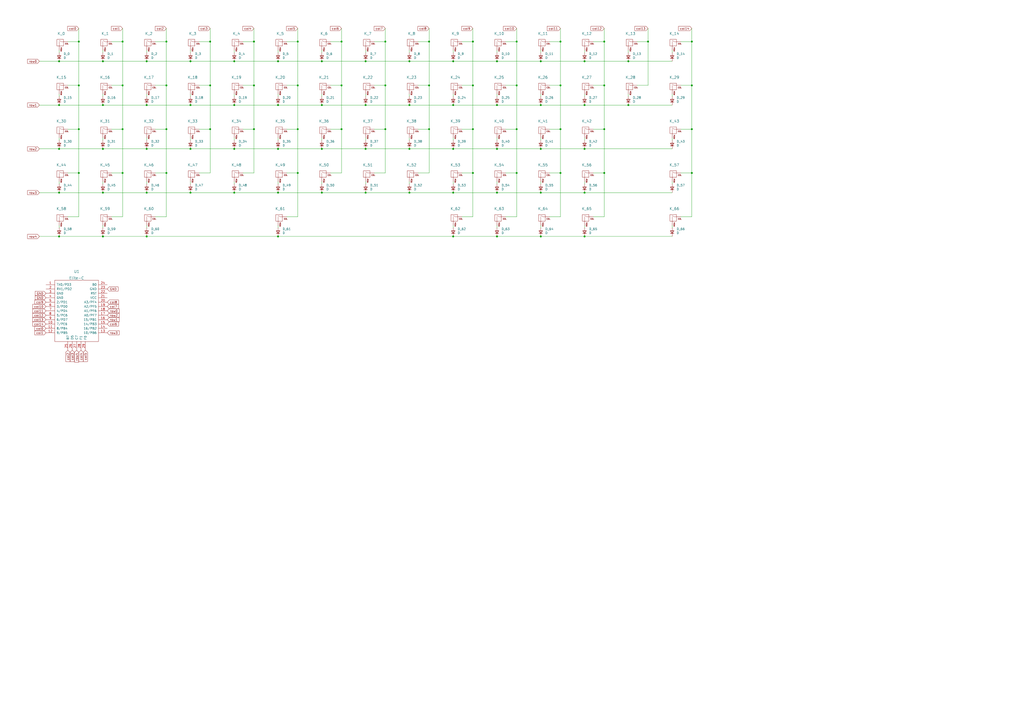
<source format=kicad_sch>
(kicad_sch (version 20211123) (generator eeschema)
  (paper "A2")
  (junction (at 34.29 60.96))
  (junction (at 161.29 111.76))
  (junction (at 237.49 111.76))
  (junction (at 161.29 60.96))
  (junction (at 198.12 74.93))
  (junction (at 161.29 35.56))
  (junction (at 313.69 137.16))
  (junction (at 288.29 111.76))
  (junction (at 198.12 24.13))
  (junction (at 401.32 49.53))
  (junction (at 186.69 60.96))
  (junction (at 339.09 35.56))
  (junction (at 85.09 137.16))
  (junction (at 212.09 60.96))
  (junction (at 274.32 100.33))
  (junction (at 339.09 86.36))
  (junction (at 71.12 24.13))
  (junction (at 237.49 35.56))
  (junction (at 262.89 137.16))
  (junction (at 71.12 74.93))
  (junction (at 325.12 49.53))
  (junction (at 274.32 24.13))
  (junction (at 85.09 35.56))
  (junction (at 45.72 100.33))
  (junction (at 121.92 24.13))
  (junction (at 313.69 60.96))
  (junction (at 223.52 49.53))
  (junction (at 274.32 74.93))
  (junction (at 401.32 74.93))
  (junction (at 147.32 74.93))
  (junction (at 350.52 100.33))
  (junction (at 34.29 111.76))
  (junction (at 350.52 24.13))
  (junction (at 71.12 100.33))
  (junction (at 135.89 35.56))
  (junction (at 147.32 24.13))
  (junction (at 212.09 86.36))
  (junction (at 223.52 24.13))
  (junction (at 110.49 86.36))
  (junction (at 313.69 86.36))
  (junction (at 59.69 60.96))
  (junction (at 186.69 111.76))
  (junction (at 45.72 74.93))
  (junction (at 161.29 137.16))
  (junction (at 313.69 111.76))
  (junction (at 135.89 60.96))
  (junction (at 96.52 49.53))
  (junction (at 325.12 24.13))
  (junction (at 401.32 24.13))
  (junction (at 34.29 137.16))
  (junction (at 172.72 24.13))
  (junction (at 96.52 74.93))
  (junction (at 299.72 49.53))
  (junction (at 85.09 60.96))
  (junction (at 339.09 60.96))
  (junction (at 45.72 49.53))
  (junction (at 375.92 24.13))
  (junction (at 135.89 111.76))
  (junction (at 313.69 35.56))
  (junction (at 237.49 60.96))
  (junction (at 288.29 35.56))
  (junction (at 299.72 100.33))
  (junction (at 212.09 35.56))
  (junction (at 186.69 86.36))
  (junction (at 147.32 49.53))
  (junction (at 350.52 49.53))
  (junction (at 110.49 60.96))
  (junction (at 262.89 35.56))
  (junction (at 288.29 60.96))
  (junction (at 110.49 111.76))
  (junction (at 339.09 137.16))
  (junction (at 59.69 86.36))
  (junction (at 262.89 111.76))
  (junction (at 161.29 86.36))
  (junction (at 364.49 35.56))
  (junction (at 248.92 24.13))
  (junction (at 299.72 74.93))
  (junction (at 110.49 35.56))
  (junction (at 299.72 24.13))
  (junction (at 325.12 74.93))
  (junction (at 34.29 86.36))
  (junction (at 59.69 137.16))
  (junction (at 262.89 86.36))
  (junction (at 172.72 74.93))
  (junction (at 262.89 60.96))
  (junction (at 45.72 24.13))
  (junction (at 59.69 35.56))
  (junction (at 121.92 49.53))
  (junction (at 223.52 74.93))
  (junction (at 71.12 49.53))
  (junction (at 274.32 49.53))
  (junction (at 248.92 49.53))
  (junction (at 85.09 111.76))
  (junction (at 59.69 111.76))
  (junction (at 186.69 35.56))
  (junction (at 339.09 111.76))
  (junction (at 212.09 111.76))
  (junction (at 248.92 74.93))
  (junction (at 85.09 86.36))
  (junction (at 237.49 86.36))
  (junction (at 364.49 60.96))
  (junction (at 135.89 86.36))
  (junction (at 288.29 86.36))
  (junction (at 121.92 74.93))
  (junction (at 198.12 49.53))
  (junction (at 96.52 100.33))
  (junction (at 172.72 100.33))
  (junction (at 172.72 49.53))
  (junction (at 325.12 100.33))
  (junction (at 288.29 137.16))
  (junction (at 350.52 74.93))
  (junction (at 96.52 24.13))
  (junction (at 401.32 100.33))
  (junction (at 34.29 35.56))
  (wire (pts (xy 140.97 24.13) (xy 147.32 24.13)))
  (wire (pts (xy 288.29 111.76) (xy 313.69 111.76)))
  (wire (pts (xy 85.09 137.16) (xy 161.29 137.16)))
  (wire (pts (xy 344.17 100.33) (xy 350.52 100.33)))
  (wire (pts (xy 90.17 49.53) (xy 96.52 49.53)))
  (wire (pts (xy 147.32 24.13) (xy 147.32 49.53)))
  (wire (pts (xy 313.69 86.36) (xy 339.09 86.36)))
  (wire (pts (xy 135.89 105.41) (xy 135.89 106.68)))
  (wire (pts (xy 172.72 100.33) (xy 172.72 74.93)))
  (wire (pts (xy 161.29 80.01) (xy 161.29 81.28)))
  (wire (pts (xy 186.69 60.96) (xy 212.09 60.96)))
  (wire (pts (xy 401.32 24.13) (xy 401.32 49.53)))
  (wire (pts (xy 198.12 74.93) (xy 198.12 49.53)))
  (wire (pts (xy 147.32 16.51) (xy 147.32 24.13)))
  (wire (pts (xy 293.37 125.73) (xy 299.72 125.73)))
  (wire (pts (xy 64.77 74.93) (xy 71.12 74.93)))
  (wire (pts (xy 274.32 100.33) (xy 274.32 74.93)))
  (wire (pts (xy 59.69 105.41) (xy 59.69 106.68)))
  (wire (pts (xy 262.89 105.41) (xy 262.89 106.68)))
  (wire (pts (xy 288.29 80.01) (xy 288.29 81.28)))
  (wire (pts (xy 237.49 111.76) (xy 262.89 111.76)))
  (wire (pts (xy 212.09 86.36) (xy 237.49 86.36)))
  (wire (pts (xy 96.52 24.13) (xy 96.52 49.53)))
  (wire (pts (xy 401.32 100.33) (xy 401.32 74.93)))
  (wire (pts (xy 166.37 24.13) (xy 172.72 24.13)))
  (wire (pts (xy 85.09 86.36) (xy 110.49 86.36)))
  (wire (pts (xy 288.29 137.16) (xy 313.69 137.16)))
  (wire (pts (xy 161.29 137.16) (xy 262.89 137.16)))
  (wire (pts (xy 267.97 100.33) (xy 274.32 100.33)))
  (wire (pts (xy 212.09 80.01) (xy 212.09 81.28)))
  (wire (pts (xy 22.86 35.56) (xy 34.29 35.56)))
  (wire (pts (xy 293.37 24.13) (xy 299.72 24.13)))
  (wire (pts (xy 96.52 125.73) (xy 96.52 100.33)))
  (wire (pts (xy 293.37 100.33) (xy 299.72 100.33)))
  (wire (pts (xy 344.17 125.73) (xy 350.52 125.73)))
  (wire (pts (xy 59.69 80.01) (xy 59.69 81.28)))
  (wire (pts (xy 237.49 60.96) (xy 262.89 60.96)))
  (wire (pts (xy 242.57 49.53) (xy 248.92 49.53)))
  (wire (pts (xy 64.77 24.13) (xy 71.12 24.13)))
  (wire (pts (xy 375.92 24.13) (xy 375.92 49.53)))
  (wire (pts (xy 140.97 49.53) (xy 147.32 49.53)))
  (wire (pts (xy 135.89 35.56) (xy 161.29 35.56)))
  (wire (pts (xy 217.17 24.13) (xy 223.52 24.13)))
  (wire (pts (xy 45.72 16.51) (xy 45.72 24.13)))
  (wire (pts (xy 313.69 54.61) (xy 313.69 55.88)))
  (wire (pts (xy 166.37 49.53) (xy 172.72 49.53)))
  (wire (pts (xy 313.69 111.76) (xy 339.09 111.76)))
  (wire (pts (xy 161.29 29.21) (xy 161.29 30.48)))
  (wire (pts (xy 64.77 100.33) (xy 71.12 100.33)))
  (wire (pts (xy 344.17 49.53) (xy 350.52 49.53)))
  (wire (pts (xy 161.29 105.41) (xy 161.29 106.68)))
  (wire (pts (xy 85.09 105.41) (xy 85.09 106.68)))
  (wire (pts (xy 161.29 130.81) (xy 161.29 132.08)))
  (wire (pts (xy 318.77 49.53) (xy 325.12 49.53)))
  (wire (pts (xy 34.29 130.81) (xy 34.29 132.08)))
  (wire (pts (xy 217.17 100.33) (xy 223.52 100.33)))
  (wire (pts (xy 237.49 35.56) (xy 262.89 35.56)))
  (wire (pts (xy 364.49 29.21) (xy 364.49 30.48)))
  (wire (pts (xy 344.17 74.93) (xy 350.52 74.93)))
  (wire (pts (xy 172.72 16.51) (xy 172.72 24.13)))
  (wire (pts (xy 135.89 60.96) (xy 161.29 60.96)))
  (wire (pts (xy 45.72 24.13) (xy 45.72 49.53)))
  (wire (pts (xy 191.77 49.53) (xy 198.12 49.53)))
  (wire (pts (xy 85.09 60.96) (xy 110.49 60.96)))
  (wire (pts (xy 85.09 80.01) (xy 85.09 81.28)))
  (wire (pts (xy 121.92 74.93) (xy 121.92 49.53)))
  (wire (pts (xy 299.72 100.33) (xy 299.72 74.93)))
  (wire (pts (xy 248.92 74.93) (xy 248.92 49.53)))
  (wire (pts (xy 223.52 74.93) (xy 223.52 49.53)))
  (wire (pts (xy 59.69 35.56) (xy 85.09 35.56)))
  (wire (pts (xy 198.12 100.33) (xy 198.12 74.93)))
  (wire (pts (xy 90.17 125.73) (xy 96.52 125.73)))
  (wire (pts (xy 389.89 29.21) (xy 389.89 30.48)))
  (wire (pts (xy 166.37 74.93) (xy 172.72 74.93)))
  (wire (pts (xy 350.52 16.51) (xy 350.52 24.13)))
  (wire (pts (xy 313.69 130.81) (xy 313.69 132.08)))
  (wire (pts (xy 237.49 80.01) (xy 237.49 81.28)))
  (wire (pts (xy 186.69 111.76) (xy 212.09 111.76)))
  (wire (pts (xy 85.09 111.76) (xy 110.49 111.76)))
  (wire (pts (xy 71.12 74.93) (xy 71.12 49.53)))
  (wire (pts (xy 110.49 86.36) (xy 135.89 86.36)))
  (wire (pts (xy 191.77 74.93) (xy 198.12 74.93)))
  (wire (pts (xy 71.12 16.51) (xy 71.12 24.13)))
  (wire (pts (xy 401.32 74.93) (xy 401.32 49.53)))
  (wire (pts (xy 191.77 100.33) (xy 198.12 100.33)))
  (wire (pts (xy 186.69 105.41) (xy 186.69 106.68)))
  (wire (pts (xy 147.32 74.93) (xy 147.32 49.53)))
  (wire (pts (xy 115.57 24.13) (xy 121.92 24.13)))
  (wire (pts (xy 262.89 60.96) (xy 288.29 60.96)))
  (wire (pts (xy 339.09 54.61) (xy 339.09 55.88)))
  (wire (pts (xy 274.32 16.51) (xy 274.32 24.13)))
  (wire (pts (xy 389.89 130.81) (xy 389.89 132.08)))
  (wire (pts (xy 267.97 24.13) (xy 274.32 24.13)))
  (wire (pts (xy 161.29 35.56) (xy 186.69 35.56)))
  (wire (pts (xy 274.32 74.93) (xy 274.32 49.53)))
  (wire (pts (xy 59.69 86.36) (xy 85.09 86.36)))
  (wire (pts (xy 96.52 100.33) (xy 96.52 74.93)))
  (wire (pts (xy 242.57 24.13) (xy 248.92 24.13)))
  (wire (pts (xy 90.17 24.13) (xy 96.52 24.13)))
  (wire (pts (xy 288.29 54.61) (xy 288.29 55.88)))
  (wire (pts (xy 212.09 105.41) (xy 212.09 106.68)))
  (wire (pts (xy 389.89 80.01) (xy 389.89 81.28)))
  (wire (pts (xy 172.72 24.13) (xy 172.72 49.53)))
  (wire (pts (xy 318.77 74.93) (xy 325.12 74.93)))
  (wire (pts (xy 350.52 24.13) (xy 350.52 49.53)))
  (wire (pts (xy 71.12 100.33) (xy 71.12 74.93)))
  (wire (pts (xy 172.72 74.93) (xy 172.72 49.53)))
  (wire (pts (xy 389.89 54.61) (xy 389.89 55.88)))
  (wire (pts (xy 389.89 105.41) (xy 389.89 106.68)))
  (wire (pts (xy 369.57 24.13) (xy 375.92 24.13)))
  (wire (pts (xy 248.92 16.51) (xy 248.92 24.13)))
  (wire (pts (xy 110.49 105.41) (xy 110.49 106.68)))
  (wire (pts (xy 394.97 100.33) (xy 401.32 100.33)))
  (wire (pts (xy 34.29 54.61) (xy 34.29 55.88)))
  (wire (pts (xy 313.69 29.21) (xy 313.69 30.48)))
  (wire (pts (xy 39.37 100.33) (xy 45.72 100.33)))
  (wire (pts (xy 350.52 100.33) (xy 350.52 74.93)))
  (wire (pts (xy 217.17 49.53) (xy 223.52 49.53)))
  (wire (pts (xy 186.69 86.36) (xy 212.09 86.36)))
  (wire (pts (xy 135.89 29.21) (xy 135.89 30.48)))
  (wire (pts (xy 401.32 16.51) (xy 401.32 24.13)))
  (wire (pts (xy 318.77 24.13) (xy 325.12 24.13)))
  (wire (pts (xy 59.69 54.61) (xy 59.69 55.88)))
  (wire (pts (xy 39.37 74.93) (xy 45.72 74.93)))
  (wire (pts (xy 22.86 137.16) (xy 34.29 137.16)))
  (wire (pts (xy 85.09 130.81) (xy 85.09 132.08)))
  (wire (pts (xy 369.57 49.53) (xy 375.92 49.53)))
  (wire (pts (xy 115.57 74.93) (xy 121.92 74.93)))
  (wire (pts (xy 394.97 125.73) (xy 401.32 125.73)))
  (wire (pts (xy 339.09 105.41) (xy 339.09 106.68)))
  (wire (pts (xy 96.52 74.93) (xy 96.52 49.53)))
  (wire (pts (xy 262.89 137.16) (xy 288.29 137.16)))
  (wire (pts (xy 115.57 49.53) (xy 121.92 49.53)))
  (wire (pts (xy 212.09 29.21) (xy 212.09 30.48)))
  (wire (pts (xy 339.09 111.76) (xy 389.89 111.76)))
  (wire (pts (xy 267.97 125.73) (xy 274.32 125.73)))
  (wire (pts (xy 364.49 54.61) (xy 364.49 55.88)))
  (wire (pts (xy 293.37 49.53) (xy 299.72 49.53)))
  (wire (pts (xy 22.86 86.36) (xy 34.29 86.36)))
  (wire (pts (xy 313.69 105.41) (xy 313.69 106.68)))
  (wire (pts (xy 339.09 35.56) (xy 364.49 35.56)))
  (wire (pts (xy 237.49 54.61) (xy 237.49 55.88)))
  (wire (pts (xy 375.92 16.51) (xy 375.92 24.13)))
  (wire (pts (xy 313.69 35.56) (xy 339.09 35.56)))
  (wire (pts (xy 339.09 86.36) (xy 389.89 86.36)))
  (wire (pts (xy 313.69 60.96) (xy 339.09 60.96)))
  (wire (pts (xy 186.69 29.21) (xy 186.69 30.48)))
  (wire (pts (xy 166.37 125.73) (xy 172.72 125.73)))
  (wire (pts (xy 339.09 29.21) (xy 339.09 30.48)))
  (wire (pts (xy 59.69 130.81) (xy 59.69 132.08)))
  (wire (pts (xy 364.49 60.96) (xy 389.89 60.96)))
  (wire (pts (xy 161.29 86.36) (xy 186.69 86.36)))
  (wire (pts (xy 325.12 100.33) (xy 325.12 74.93)))
  (wire (pts (xy 274.32 24.13) (xy 274.32 49.53)))
  (wire (pts (xy 339.09 137.16) (xy 389.89 137.16)))
  (wire (pts (xy 274.32 125.73) (xy 274.32 100.33)))
  (wire (pts (xy 288.29 35.56) (xy 313.69 35.56)))
  (wire (pts (xy 45.72 125.73) (xy 45.72 100.33)))
  (wire (pts (xy 339.09 60.96) (xy 364.49 60.96)))
  (wire (pts (xy 64.77 125.73) (xy 71.12 125.73)))
  (wire (pts (xy 34.29 86.36) (xy 59.69 86.36)))
  (wire (pts (xy 198.12 24.13) (xy 198.12 49.53)))
  (wire (pts (xy 394.97 24.13) (xy 401.32 24.13)))
  (wire (pts (xy 262.89 130.81) (xy 262.89 132.08)))
  (wire (pts (xy 59.69 60.96) (xy 85.09 60.96)))
  (wire (pts (xy 45.72 74.93) (xy 45.72 49.53)))
  (wire (pts (xy 64.77 49.53) (xy 71.12 49.53)))
  (wire (pts (xy 147.32 100.33) (xy 147.32 74.93)))
  (wire (pts (xy 401.32 125.73) (xy 401.32 100.33)))
  (wire (pts (xy 121.92 16.51) (xy 121.92 24.13)))
  (wire (pts (xy 110.49 29.21) (xy 110.49 30.48)))
  (wire (pts (xy 71.12 125.73) (xy 71.12 100.33)))
  (wire (pts (xy 34.29 60.96) (xy 59.69 60.96)))
  (wire (pts (xy 110.49 80.01) (xy 110.49 81.28)))
  (wire (pts (xy 313.69 80.01) (xy 313.69 81.28)))
  (wire (pts (xy 299.72 74.93) (xy 299.72 49.53)))
  (wire (pts (xy 34.29 105.41) (xy 34.29 106.68)))
  (wire (pts (xy 288.29 86.36) (xy 313.69 86.36)))
  (wire (pts (xy 339.09 130.81) (xy 339.09 132.08)))
  (wire (pts (xy 267.97 74.93) (xy 274.32 74.93)))
  (wire (pts (xy 115.57 100.33) (xy 121.92 100.33)))
  (wire (pts (xy 394.97 49.53) (xy 401.32 49.53)))
  (wire (pts (xy 34.29 111.76) (xy 59.69 111.76)))
  (wire (pts (xy 22.86 111.76) (xy 34.29 111.76)))
  (wire (pts (xy 325.12 24.13) (xy 325.12 49.53)))
  (wire (pts (xy 166.37 100.33) (xy 172.72 100.33)))
  (wire (pts (xy 293.37 74.93) (xy 299.72 74.93)))
  (wire (pts (xy 161.29 54.61) (xy 161.29 55.88)))
  (wire (pts (xy 262.89 29.21) (xy 262.89 30.48)))
  (wire (pts (xy 191.77 24.13) (xy 198.12 24.13)))
  (wire (pts (xy 288.29 130.81) (xy 288.29 132.08)))
  (wire (pts (xy 34.29 80.01) (xy 34.29 81.28)))
  (wire (pts (xy 344.17 24.13) (xy 350.52 24.13)))
  (wire (pts (xy 223.52 16.51) (xy 223.52 24.13)))
  (wire (pts (xy 299.72 24.13) (xy 299.72 49.53)))
  (wire (pts (xy 237.49 86.36) (xy 262.89 86.36)))
  (wire (pts (xy 262.89 35.56) (xy 288.29 35.56)))
  (wire (pts (xy 161.29 111.76) (xy 186.69 111.76)))
  (wire (pts (xy 90.17 74.93) (xy 96.52 74.93)))
  (wire (pts (xy 248.92 100.33) (xy 248.92 74.93)))
  (wire (pts (xy 110.49 60.96) (xy 135.89 60.96)))
  (wire (pts (xy 172.72 125.73) (xy 172.72 100.33)))
  (wire (pts (xy 140.97 74.93) (xy 147.32 74.93)))
  (wire (pts (xy 223.52 24.13) (xy 223.52 49.53)))
  (wire (pts (xy 186.69 35.56) (xy 212.09 35.56)))
  (wire (pts (xy 339.09 80.01) (xy 339.09 81.28)))
  (wire (pts (xy 85.09 29.21) (xy 85.09 30.48)))
  (wire (pts (xy 212.09 111.76) (xy 237.49 111.76)))
  (wire (pts (xy 212.09 54.61) (xy 212.09 55.88)))
  (wire (pts (xy 242.57 100.33) (xy 248.92 100.33)))
  (wire (pts (xy 135.89 54.61) (xy 135.89 55.88)))
  (wire (pts (xy 90.17 100.33) (xy 96.52 100.33)))
  (wire (pts (xy 45.72 100.33) (xy 45.72 74.93)))
  (wire (pts (xy 59.69 137.16) (xy 85.09 137.16)))
  (wire (pts (xy 85.09 54.61) (xy 85.09 55.88)))
  (wire (pts (xy 186.69 80.01) (xy 186.69 81.28)))
  (wire (pts (xy 212.09 60.96) (xy 237.49 60.96)))
  (wire (pts (xy 288.29 60.96) (xy 313.69 60.96)))
  (wire (pts (xy 288.29 29.21) (xy 288.29 30.48)))
  (wire (pts (xy 262.89 54.61) (xy 262.89 55.88)))
  (wire (pts (xy 186.69 54.61) (xy 186.69 55.88)))
  (wire (pts (xy 135.89 86.36) (xy 161.29 86.36)))
  (wire (pts (xy 267.97 49.53) (xy 274.32 49.53)))
  (wire (pts (xy 318.77 100.33) (xy 325.12 100.33)))
  (wire (pts (xy 59.69 29.21) (xy 59.69 30.48)))
  (wire (pts (xy 237.49 105.41) (xy 237.49 106.68)))
  (wire (pts (xy 39.37 49.53) (xy 45.72 49.53)))
  (wire (pts (xy 71.12 24.13) (xy 71.12 49.53)))
  (wire (pts (xy 242.57 74.93) (xy 248.92 74.93)))
  (wire (pts (xy 85.09 35.56) (xy 110.49 35.56)))
  (wire (pts (xy 22.86 60.96) (xy 34.29 60.96)))
  (wire (pts (xy 262.89 80.01) (xy 262.89 81.28)))
  (wire (pts (xy 121.92 100.33) (xy 121.92 74.93)))
  (wire (pts (xy 318.77 125.73) (xy 325.12 125.73)))
  (wire (pts (xy 325.12 74.93) (xy 325.12 49.53)))
  (wire (pts (xy 288.29 105.41) (xy 288.29 106.68)))
  (wire (pts (xy 313.69 137.16) (xy 339.09 137.16)))
  (wire (pts (xy 34.29 35.56) (xy 59.69 35.56)))
  (wire (pts (xy 121.92 24.13) (xy 121.92 49.53)))
  (wire (pts (xy 110.49 35.56) (xy 135.89 35.56)))
  (wire (pts (xy 212.09 35.56) (xy 237.49 35.56)))
  (wire (pts (xy 248.92 24.13) (xy 248.92 49.53)))
  (wire (pts (xy 223.52 100.33) (xy 223.52 74.93)))
  (wire (pts (xy 110.49 54.61) (xy 110.49 55.88)))
  (wire (pts (xy 34.29 137.16) (xy 59.69 137.16)))
  (wire (pts (xy 39.37 125.73) (xy 45.72 125.73)))
  (wire (pts (xy 198.12 16.51) (xy 198.12 24.13)))
  (wire (pts (xy 161.29 60.96) (xy 186.69 60.96)))
  (wire (pts (xy 217.17 74.93) (xy 223.52 74.93)))
  (wire (pts (xy 299.72 125.73) (xy 299.72 100.33)))
  (wire (pts (xy 96.52 16.51) (xy 96.52 24.13)))
  (wire (pts (xy 110.49 111.76) (xy 135.89 111.76)))
  (wire (pts (xy 394.97 74.93) (xy 401.32 74.93)))
  (wire (pts (xy 299.72 16.51) (xy 299.72 24.13)))
  (wire (pts (xy 34.29 29.21) (xy 34.29 30.48)))
  (wire (pts (xy 262.89 111.76) (xy 288.29 111.76)))
  (wire (pts (xy 39.37 24.13) (xy 45.72 24.13)))
  (wire (pts (xy 237.49 29.21) (xy 237.49 30.48)))
  (wire (pts (xy 262.89 86.36) (xy 288.29 86.36)))
  (wire (pts (xy 364.49 35.56) (xy 389.89 35.56)))
  (wire (pts (xy 140.97 100.33) (xy 147.32 100.33)))
  (wire (pts (xy 135.89 80.01) (xy 135.89 81.28)))
  (wire (pts (xy 350.52 125.73) (xy 350.52 100.33)))
  (wire (pts (xy 325.12 125.73) (xy 325.12 100.33)))
  (wire (pts (xy 135.89 111.76) (xy 161.29 111.76)))
  (wire (pts (xy 350.52 74.93) (xy 350.52 49.53)))
  (wire (pts (xy 325.12 16.51) (xy 325.12 24.13)))
  (wire (pts (xy 59.69 111.76) (xy 85.09 111.76)))
  (global_label "col14" (shape input) (at 401.32 16.51 180) (property "Intersheet References" "${INTERSHEET_REFS}" (effects hide)))
  (global_label "col11" (shape input) (at 26.67 180.34 180) (property "Intersheet References" "${INTERSHEET_REFS}" (effects hide)))
  (global_label "col7" (shape input) (at 223.52 16.51 180) (property "Intersheet References" "${INTERSHEET_REFS}" (effects hide)))
  (global_label "col5" (shape input) (at 172.72 16.51 180) (property "Intersheet References" "${INTERSHEET_REFS}" (effects hide)))
  (global_label "col11" (shape input) (at 325.12 16.51 180) (property "Intersheet References" "${INTERSHEET_REFS}" (effects hide)))
  (global_label "col1" (shape input) (at 26.67 193.04 180) (property "Intersheet References" "${INTERSHEET_REFS}" (effects hide)))
  (global_label "col1" (shape input) (at 71.12 16.51 180) (property "Intersheet References" "${INTERSHEET_REFS}" (effects hide)))
  (global_label "col0" (shape input) (at 45.72 16.51 180) (property "Intersheet References" "${INTERSHEET_REFS}" (effects hide)))
  (global_label "row3" (shape input) (at 62.23 193.04 0) (property "Intersheet References" "${INTERSHEET_REFS}" (effects hide)))
  (global_label "row3" (shape input) (at 22.86 111.76 180) (property "Intersheet References" "${INTERSHEET_REFS}" (effects hide)))
  (global_label "col5" (shape input) (at 49.53 203.2 270) (property "Intersheet References" "${INTERSHEET_REFS}" (effects hide)))
  (global_label "col2" (shape input) (at 39.37 203.2 270) (property "Intersheet References" "${INTERSHEET_REFS}" (effects hide)))
  (global_label "col13" (shape input) (at 26.67 185.42 180) (property "Intersheet References" "${INTERSHEET_REFS}" (effects hide)))
  (global_label "GND" (shape input) (at 62.23 167.64 0) (property "Intersheet References" "${INTERSHEET_REFS}" (effects hide)))
  (global_label "row2" (shape input) (at 62.23 182.88 0) (property "Intersheet References" "${INTERSHEET_REFS}" (effects hide)))
  (global_label "col3" (shape input) (at 41.91 203.2 270) (property "Intersheet References" "${INTERSHEET_REFS}" (effects hide)))
  (global_label "col9" (shape input) (at 26.67 175.26 180) (property "Intersheet References" "${INTERSHEET_REFS}" (effects hide)))
  (global_label "row1" (shape input) (at 62.23 185.42 0) (property "Intersheet References" "${INTERSHEET_REFS}" (effects hide)))
  (global_label "col9" (shape input) (at 274.32 16.51 180) (property "Intersheet References" "${INTERSHEET_REFS}" (effects hide)))
  (global_label "col4" (shape input) (at 147.32 16.51 180) (property "Intersheet References" "${INTERSHEET_REFS}" (effects hide)))
  (global_label "col12" (shape input) (at 350.52 16.51 180) (property "Intersheet References" "${INTERSHEET_REFS}" (effects hide)))
  (global_label "col13" (shape input) (at 375.92 16.51 180) (property "Intersheet References" "${INTERSHEET_REFS}" (effects hide)))
  (global_label "row0" (shape input) (at 22.86 35.56 180) (property "Intersheet References" "${INTERSHEET_REFS}" (effects hide)))
  (global_label "row4" (shape input) (at 22.86 137.16 180) (property "Intersheet References" "${INTERSHEET_REFS}" (effects hide)))
  (global_label "col6" (shape input) (at 198.12 16.51 180) (property "Intersheet References" "${INTERSHEET_REFS}" (effects hide)))
  (global_label "GND" (shape input) (at 26.67 172.72 180) (property "Intersheet References" "${INTERSHEET_REFS}" (effects hide)))
  (global_label "col2" (shape input) (at 96.52 16.51 180) (property "Intersheet References" "${INTERSHEET_REFS}" (effects hide)))
  (global_label "col3" (shape input) (at 121.92 16.51 180) (property "Intersheet References" "${INTERSHEET_REFS}" (effects hide)))
  (global_label "col10" (shape input) (at 299.72 16.51 180) (property "Intersheet References" "${INTERSHEET_REFS}" (effects hide)))
  (global_label "col0" (shape input) (at 26.67 190.5 180) (property "Intersheet References" "${INTERSHEET_REFS}" (effects hide)))
  (global_label "row0" (shape input) (at 62.23 180.34 0) (property "Intersheet References" "${INTERSHEET_REFS}" (effects hide)))
  (global_label "row1" (shape input) (at 22.86 60.96 180) (property "Intersheet References" "${INTERSHEET_REFS}" (effects hide)))
  (global_label "col8" (shape input) (at 62.23 175.26 0) (property "Intersheet References" "${INTERSHEET_REFS}" (effects hide)))
  (global_label "col10" (shape input) (at 26.67 177.8 180) (property "Intersheet References" "${INTERSHEET_REFS}" (effects hide)))
  (global_label "col8" (shape input) (at 248.92 16.51 180) (property "Intersheet References" "${INTERSHEET_REFS}" (effects hide)))
  (global_label "row4" (shape input) (at 44.45 203.2 270) (property "Intersheet References" "${INTERSHEET_REFS}" (effects hide)))
  (global_label "col12" (shape input) (at 26.67 182.88 180) (property "Intersheet References" "${INTERSHEET_REFS}" (effects hide)))
  (global_label "row2" (shape input) (at 22.86 86.36 180) (property "Intersheet References" "${INTERSHEET_REFS}" (effects hide)))
  (global_label "GND" (shape input) (at 26.67 170.18 180) (property "Intersheet References" "${INTERSHEET_REFS}" (effects hide)))
  (global_label "col6" (shape input) (at 62.23 187.96 0) (property "Intersheet References" "${INTERSHEET_REFS}" (effects hide)))
  (global_label "col14" (shape input) (at 26.67 187.96 180) (property "Intersheet References" "${INTERSHEET_REFS}" (effects hide)))
  (global_label "col4" (shape input) (at 46.99 203.2 270) (property "Intersheet References" "${INTERSHEET_REFS}" (effects hide)))
  (global_label "col7" (shape input) (at 62.23 177.8 0) (property "Intersheet References" "${INTERSHEET_REFS}" (effects hide)))
  (symbol (lib_id "MX_Alps_Hybrid:MX-NoLED") (at 365.76 25.4 0) (unit 1)
    (property "Reference" "K_13" (at 365.76 19.4818 0) (effects (font (size 1.524 1.524))))
    (property "Value" "KEYSW" (effects hide))
    (property "Footprint" "Kailh_Choc:KailhChoc-1U" (effects hide))
  )
  (symbol (lib_id "Device:D_Small") (at 288.29 58.42 90) (unit 1)
    (property "Reference" "D_25" (at 290.83 56.642 90) (effects (justify right)))
    (property "Value" "D" (at 290.83 58.928 90) (effects (justify right)))
    (property "Footprint" "keyboard_parts:D_SOD123_axial" (effects hide))
  )
  (symbol (lib_id "Device:D_Small") (at 161.29 58.42 90) (unit 1)
    (property "Reference" "D_20" (at 163.83 56.642 90) (effects (justify right)))
    (property "Value" "D" (at 163.83 58.928 90) (effects (justify right)))
    (property "Footprint" "keyboard_parts:D_SOD123_axial" (effects hide))
  )
  (symbol (lib_id "MX_Alps_Hybrid:MX-NoLED") (at 162.56 25.4 0) (unit 1)
    (property "Reference" "K_5" (at 162.56 19.4818 0) (effects (font (size 1.524 1.524))))
    (property "Value" "KEYSW" (effects hide))
    (property "Footprint" "Kailh_Choc:KailhChoc-1U" (effects hide))
  )
  (symbol (lib_id "MX_Alps_Hybrid:MX-NoLED") (at 60.96 101.6 0) (unit 1)
    (property "Reference" "K_45" (at 60.96 95.6818 0) (effects (font (size 1.524 1.524))))
    (property "Value" "KEYSW" (effects hide))
    (property "Footprint" "Kailh_Choc:KailhChoc-1U" (effects hide))
  )
  (symbol (lib_id "MX_Alps_Hybrid:MX-NoLED") (at 289.56 127 0) (unit 1)
    (property "Reference" "K_63" (at 289.56 121.0818 0) (effects (font (size 1.524 1.524))))
    (property "Value" "KEYSW" (effects hide))
    (property "Footprint" "Kailh_Choc:KailhChoc-1U" (effects hide))
  )
  (symbol (lib_id "MX_Alps_Hybrid:MX-NoLED") (at 391.16 50.8 0) (unit 1)
    (property "Reference" "K_29" (at 391.16 44.8818 0) (effects (font (size 1.524 1.524))))
    (property "Value" "KEYSW" (effects hide))
    (property "Footprint" "Kailh_Choc:KailhChoc-1U" (effects hide))
  )
  (symbol (lib_id "Device:D_Small") (at 339.09 58.42 90) (unit 1)
    (property "Reference" "D_27" (at 341.63 56.642 90) (effects (justify right)))
    (property "Value" "D" (at 341.63 58.928 90) (effects (justify right)))
    (property "Footprint" "keyboard_parts:D_SOD123_axial" (effects hide))
  )
  (symbol (lib_id "MX_Alps_Hybrid:MX-NoLED") (at 162.56 101.6 0) (unit 1)
    (property "Reference" "K_49" (at 162.56 95.6818 0) (effects (font (size 1.524 1.524))))
    (property "Value" "KEYSW" (effects hide))
    (property "Footprint" "Kailh_Choc:KailhChoc-1U" (effects hide))
  )
  (symbol (lib_id "Device:D_Small") (at 262.89 134.62 90) (unit 1)
    (property "Reference" "D_62" (at 265.43 132.842 90) (effects (justify right)))
    (property "Value" "D" (at 265.43 135.128 90) (effects (justify right)))
    (property "Footprint" "keyboard_parts:D_SOD123_axial" (effects hide))
  )
  (symbol (lib_id "Device:D_Small") (at 110.49 83.82 90) (unit 1)
    (property "Reference" "D_33" (at 113.03 82.042 90) (effects (justify right)))
    (property "Value" "D" (at 113.03 84.328 90) (effects (justify right)))
    (property "Footprint" "keyboard_parts:D_SOD123_axial" (effects hide))
  )
  (symbol (lib_id "MX_Alps_Hybrid:MX-NoLED") (at 340.36 127 0) (unit 1)
    (property "Reference" "K_65" (at 340.36 121.0818 0) (effects (font (size 1.524 1.524))))
    (property "Value" "KEYSW" (effects hide))
    (property "Footprint" "Kailh_Choc:KailhChoc-1U" (effects hide))
  )
  (symbol (lib_id "Device:D_Small") (at 161.29 134.62 90) (unit 1)
    (property "Reference" "D_61" (at 163.83 132.842 90) (effects (justify right)))
    (property "Value" "D" (at 163.83 135.128 90) (effects (justify right)))
    (property "Footprint" "keyboard_parts:D_SOD123_axial" (effects hide))
  )
  (symbol (lib_id "Device:D_Small") (at 186.69 33.02 90) (unit 1)
    (property "Reference" "D_6" (at 189.23 31.242 90) (effects (justify right)))
    (property "Value" "D" (at 189.23 33.528 90) (effects (justify right)))
    (property "Footprint" "keyboard_parts:D_SOD123_axial" (effects hide))
  )
  (symbol (lib_id "Device:D_Small") (at 288.29 33.02 90) (unit 1)
    (property "Reference" "D_10" (at 290.83 31.242 90) (effects (justify right)))
    (property "Value" "D" (at 290.83 33.528 90) (effects (justify right)))
    (property "Footprint" "keyboard_parts:D_SOD123_axial" (effects hide))
  )
  (symbol (lib_id "Device:D_Small") (at 237.49 33.02 90) (unit 1)
    (property "Reference" "D_8" (at 240.03 31.242 90) (effects (justify right)))
    (property "Value" "D" (at 240.03 33.528 90) (effects (justify right)))
    (property "Footprint" "keyboard_parts:D_SOD123_axial" (effects hide))
  )
  (symbol (lib_id "Device:D_Small") (at 237.49 83.82 90) (unit 1)
    (property "Reference" "D_38" (at 240.03 82.042 90) (effects (justify right)))
    (property "Value" "D" (at 240.03 84.328 90) (effects (justify right)))
    (property "Footprint" "keyboard_parts:D_SOD123_axial" (effects hide))
  )
  (symbol (lib_id "Device:D_Small") (at 389.89 33.02 90) (unit 1)
    (property "Reference" "D_14" (at 392.43 31.242 90) (effects (justify right)))
    (property "Value" "D" (at 392.43 33.528 90) (effects (justify right)))
    (property "Footprint" "keyboard_parts:D_SOD123_axial" (effects hide))
  )
  (symbol (lib_id "MX_Alps_Hybrid:MX-NoLED") (at 289.56 25.4 0) (unit 1)
    (property "Reference" "K_10" (at 289.56 19.4818 0) (effects (font (size 1.524 1.524))))
    (property "Value" "KEYSW" (effects hide))
    (property "Footprint" "Kailh_Choc:KailhChoc-1U" (effects hide))
  )
  (symbol (lib_id "Device:D_Small") (at 262.89 109.22 90) (unit 1)
    (property "Reference" "D_53" (at 265.43 107.442 90) (effects (justify right)))
    (property "Value" "D" (at 265.43 109.728 90) (effects (justify right)))
    (property "Footprint" "keyboard_parts:D_SOD123_axial" (effects hide))
  )
  (symbol (lib_id "MX_Alps_Hybrid:MX-NoLED") (at 314.96 127 0) (unit 1)
    (property "Reference" "K_64" (at 314.96 121.0818 0) (effects (font (size 1.524 1.524))))
    (property "Value" "KEYSW" (effects hide))
    (property "Footprint" "Kailh_Choc:KailhChoc-1U" (effects hide))
  )
  (symbol (lib_id "Device:D_Small") (at 135.89 109.22 90) (unit 1)
    (property "Reference" "D_48" (at 138.43 107.442 90) (effects (justify right)))
    (property "Value" "D" (at 138.43 109.728 90) (effects (justify right)))
    (property "Footprint" "keyboard_parts:D_SOD123_axial" (effects hide))
  )
  (symbol (lib_id "Device:D_Small") (at 135.89 58.42 90) (unit 1)
    (property "Reference" "D_19" (at 138.43 56.642 90) (effects (justify right)))
    (property "Value" "D" (at 138.43 58.928 90) (effects (justify right)))
    (property "Footprint" "keyboard_parts:D_SOD123_axial" (effects hide))
  )
  (symbol (lib_id "Device:D_Small") (at 34.29 83.82 90) (unit 1)
    (property "Reference" "D_30" (at 36.83 82.042 90) (effects (justify right)))
    (property "Value" "D" (at 36.83 84.328 90) (effects (justify right)))
    (property "Footprint" "keyboard_parts:D_SOD123_axial" (effects hide))
  )
  (symbol (lib_id "Device:D_Small") (at 313.69 83.82 90) (unit 1)
    (property "Reference" "D_41" (at 316.23 82.042 90) (effects (justify right)))
    (property "Value" "D" (at 316.23 84.328 90) (effects (justify right)))
    (property "Footprint" "keyboard_parts:D_SOD123_axial" (effects hide))
  )
  (symbol (lib_id "MX_Alps_Hybrid:MX-NoLED") (at 137.16 76.2 0) (unit 1)
    (property "Reference" "K_34" (at 137.16 70.2818 0) (effects (font (size 1.524 1.524))))
    (property "Value" "KEYSW" (effects hide))
    (property "Footprint" "Kailh_Choc:KailhChoc-1U" (effects hide))
  )
  (symbol (lib_id "MX_Alps_Hybrid:MX-NoLED") (at 238.76 76.2 0) (unit 1)
    (property "Reference" "K_38" (at 238.76 70.2818 0) (effects (font (size 1.524 1.524))))
    (property "Value" "KEYSW" (effects hide))
    (property "Footprint" "Kailh_Choc:KailhChoc-1U" (effects hide))
  )
  (symbol (lib_id "Device:D_Small") (at 262.89 58.42 90) (unit 1)
    (property "Reference" "D_24" (at 265.43 56.642 90) (effects (justify right)))
    (property "Value" "D" (at 265.43 58.928 90) (effects (justify right)))
    (property "Footprint" "keyboard_parts:D_SOD123_axial" (effects hide))
  )
  (symbol (lib_id "MX_Alps_Hybrid:MX-NoLED") (at 314.96 25.4 0) (unit 1)
    (property "Reference" "K_11" (at 314.96 19.4818 0) (effects (font (size 1.524 1.524))))
    (property "Value" "KEYSW" (effects hide))
    (property "Footprint" "Kailh_Choc:KailhChoc-1U" (effects hide))
  )
  (symbol (lib_id "MX_Alps_Hybrid:MX-NoLED") (at 60.96 25.4 0) (unit 1)
    (property "Reference" "K_1" (at 60.96 19.4818 0) (effects (font (size 1.524 1.524))))
    (property "Value" "KEYSW" (effects hide))
    (property "Footprint" "Kailh_Choc:KailhChoc-1U" (effects hide))
  )
  (symbol (lib_id "Device:D_Small") (at 262.89 33.02 90) (unit 1)
    (property "Reference" "D_9" (at 265.43 31.242 90) (effects (justify right)))
    (property "Value" "D" (at 265.43 33.528 90) (effects (justify right)))
    (property "Footprint" "keyboard_parts:D_SOD123_axial" (effects hide))
  )
  (symbol (lib_id "MX_Alps_Hybrid:MX-NoLED") (at 289.56 50.8 0) (unit 1)
    (property "Reference" "K_25" (at 289.56 44.8818 0) (effects (font (size 1.524 1.524))))
    (property "Value" "KEYSW" (effects hide))
    (property "Footprint" "Kailh_Choc:KailhChoc-1U" (effects hide))
  )
  (symbol (lib_id "MX_Alps_Hybrid:MX-NoLED") (at 86.36 25.4 0) (unit 1)
    (property "Reference" "K_2" (at 86.36 19.4818 0) (effects (font (size 1.524 1.524))))
    (property "Value" "KEYSW" (effects hide))
    (property "Footprint" "Kailh_Choc:KailhChoc-1U" (effects hide))
  )
  (symbol (lib_id "Device:D_Small") (at 339.09 33.02 90) (unit 1)
    (property "Reference" "D_12" (at 341.63 31.242 90) (effects (justify right)))
    (property "Value" "D" (at 341.63 33.528 90) (effects (justify right)))
    (property "Footprint" "keyboard_parts:D_SOD123_axial" (effects hide))
  )
  (symbol (lib_id "MX_Alps_Hybrid:MX-NoLED") (at 111.76 25.4 0) (unit 1)
    (property "Reference" "K_3" (at 111.76 19.4818 0) (effects (font (size 1.524 1.524))))
    (property "Value" "KEYSW" (effects hide))
    (property "Footprint" "Kailh_Choc:KailhChoc-1U" (effects hide))
  )
  (symbol (lib_id "Device:D_Small") (at 85.09 83.82 90) (unit 1)
    (property "Reference" "D_32" (at 87.63 82.042 90) (effects (justify right)))
    (property "Value" "D" (at 87.63 84.328 90) (effects (justify right)))
    (property "Footprint" "keyboard_parts:D_SOD123_axial" (effects hide))
  )
  (symbol (lib_id "MX_Alps_Hybrid:MX-NoLED") (at 86.36 101.6 0) (unit 1)
    (property "Reference" "K_46" (at 86.36 95.6818 0) (effects (font (size 1.524 1.524))))
    (property "Value" "KEYSW" (effects hide))
    (property "Footprint" "Kailh_Choc:KailhChoc-1U" (effects hide))
  )
  (symbol (lib_id "MX_Alps_Hybrid:MX-NoLED") (at 340.36 76.2 0) (unit 1)
    (property "Reference" "K_42" (at 340.36 70.2818 0) (effects (font (size 1.524 1.524))))
    (property "Value" "KEYSW" (effects hide))
    (property "Footprint" "Kailh_Choc:KailhChoc-1U" (effects hide))
  )
  (symbol (lib_id "Device:D_Small") (at 59.69 134.62 90) (unit 1)
    (property "Reference" "D_59" (at 62.23 132.842 90) (effects (justify right)))
    (property "Value" "D" (at 62.23 135.128 90) (effects (justify right)))
    (property "Footprint" "keyboard_parts:D_SOD123_axial" (effects hide))
  )
  (symbol (lib_id "Device:D_Small") (at 135.89 83.82 90) (unit 1)
    (property "Reference" "D_34" (at 138.43 82.042 90) (effects (justify right)))
    (property "Value" "D" (at 138.43 84.328 90) (effects (justify right)))
    (property "Footprint" "keyboard_parts:D_SOD123_axial" (effects hide))
  )
  (symbol (lib_id "MX_Alps_Hybrid:MX-NoLED") (at 137.16 25.4 0) (unit 1)
    (property "Reference" "K_4" (at 137.16 19.4818 0) (effects (font (size 1.524 1.524))))
    (property "Value" "KEYSW" (effects hide))
    (property "Footprint" "Kailh_Choc:KailhChoc-1U" (effects hide))
  )
  (symbol (lib_id "MX_Alps_Hybrid:MX-NoLED") (at 264.16 25.4 0) (unit 1)
    (property "Reference" "K_9" (at 264.16 19.4818 0) (effects (font (size 1.524 1.524))))
    (property "Value" "KEYSW" (effects hide))
    (property "Footprint" "Kailh_Choc:KailhChoc-1U" (effects hide))
  )
  (symbol (lib_id "Device:D_Small") (at 262.89 83.82 90) (unit 1)
    (property "Reference" "D_39" (at 265.43 82.042 90) (effects (justify right)))
    (property "Value" "D" (at 265.43 84.328 90) (effects (justify right)))
    (property "Footprint" "keyboard_parts:D_SOD123_axial" (effects hide))
  )
  (symbol (lib_id "MX_Alps_Hybrid:MX-NoLED") (at 60.96 76.2 0) (unit 1)
    (property "Reference" "K_31" (at 60.96 70.2818 0) (effects (font (size 1.524 1.524))))
    (property "Value" "KEYSW" (effects hide))
    (property "Footprint" "Kailh_Choc:KailhChoc-1U" (effects hide))
  )
  (symbol (lib_id "Device:D_Small") (at 288.29 83.82 90) (unit 1)
    (property "Reference" "D_40" (at 290.83 82.042 90) (effects (justify right)))
    (property "Value" "D" (at 290.83 84.328 90) (effects (justify right)))
    (property "Footprint" "keyboard_parts:D_SOD123_axial" (effects hide))
  )
  (symbol (lib_id "Device:D_Small") (at 85.09 134.62 90) (unit 1)
    (property "Reference" "D_60" (at 87.63 132.842 90) (effects (justify right)))
    (property "Value" "D" (at 87.63 135.128 90) (effects (justify right)))
    (property "Footprint" "keyboard_parts:D_SOD123_axial" (effects hide))
  )
  (symbol (lib_id "MX_Alps_Hybrid:MX-NoLED") (at 86.36 127 0) (unit 1)
    (property "Reference" "K_60" (at 86.36 121.0818 0) (effects (font (size 1.524 1.524))))
    (property "Value" "KEYSW" (effects hide))
    (property "Footprint" "Kailh_Choc:KailhChoc-1U" (effects hide))
  )
  (symbol (lib_id "Device:D_Small") (at 212.09 83.82 90) (unit 1)
    (property "Reference" "D_37" (at 214.63 82.042 90) (effects (justify right)))
    (property "Value" "D" (at 214.63 84.328 90) (effects (justify right)))
    (property "Footprint" "keyboard_parts:D_SOD123_axial" (effects hide))
  )
  (symbol (lib_id "MX_Alps_Hybrid:MX-NoLED") (at 187.96 25.4 0) (unit 1)
    (property "Reference" "K_6" (at 187.96 19.4818 0) (effects (font (size 1.524 1.524))))
    (property "Value" "KEYSW" (effects hide))
    (property "Footprint" "Kailh_Choc:KailhChoc-1U" (effects hide))
  )
  (symbol (lib_id "Device:D_Small") (at 85.09 58.42 90) (unit 1)
    (property "Reference" "D_17" (at 87.63 56.642 90) (effects (justify right)))
    (property "Value" "D" (at 87.63 58.928 90) (effects (justify right)))
    (property "Footprint" "keyboard_parts:D_SOD123_axial" (effects hide))
  )
  (symbol (lib_id "MX_Alps_Hybrid:MX-NoLED") (at 264.16 76.2 0) (unit 1)
    (property "Reference" "K_39" (at 264.16 70.2818 0) (effects (font (size 1.524 1.524))))
    (property "Value" "KEYSW" (effects hide))
    (property "Footprint" "Kailh_Choc:KailhChoc-1U" (effects hide))
  )
  (symbol (lib_id "MX_Alps_Hybrid:MX-NoLED") (at 213.36 101.6 0) (unit 1)
    (property "Reference" "K_51" (at 213.36 95.6818 0) (effects (font (size 1.524 1.524))))
    (property "Value" "KEYSW" (effects hide))
    (property "Footprint" "Kailh_Choc:KailhChoc-1U" (effects hide))
  )
  (symbol (lib_id "MX_Alps_Hybrid:MX-NoLED") (at 340.36 50.8 0) (unit 1)
    (property "Reference" "K_27" (at 340.36 44.8818 0) (effects (font (size 1.524 1.524))))
    (property "Value" "KEYSW" (effects hide))
    (property "Footprint" "Kailh_Choc:KailhChoc-1U" (effects hide))
  )
  (symbol (lib_id "Device:D_Small") (at 339.09 83.82 90) (unit 1)
    (property "Reference" "D_42" (at 341.63 82.042 90) (effects (justify right)))
    (property "Value" "D" (at 341.63 84.328 90) (effects (justify right)))
    (property "Footprint" "keyboard_parts:D_SOD123_axial" (effects hide))
  )
  (symbol (lib_id "MX_Alps_Hybrid:MX-NoLED") (at 264.16 50.8 0) (unit 1)
    (property "Reference" "K_24" (at 264.16 44.8818 0) (effects (font (size 1.524 1.524))))
    (property "Value" "KEYSW" (effects hide))
    (property "Footprint" "Kailh_Choc:KailhChoc-1U" (effects hide))
  )
  (symbol (lib_id "MX_Alps_Hybrid:MX-NoLED") (at 35.56 127 0) (unit 1)
    (property "Reference" "K_58" (at 35.56 121.0818 0) (effects (font (size 1.524 1.524))))
    (property "Value" "KEYSW" (effects hide))
    (property "Footprint" "Kailh_Choc:KailhChoc-1U" (effects hide))
  )
  (symbol (lib_id "MX_Alps_Hybrid:MX-NoLED") (at 187.96 76.2 0) (unit 1)
    (property "Reference" "K_36" (at 187.96 70.2818 0) (effects (font (size 1.524 1.524))))
    (property "Value" "KEYSW" (effects hide))
    (property "Footprint" "Kailh_Choc:KailhChoc-1U" (effects hide))
  )
  (symbol (lib_id "Device:D_Small") (at 85.09 109.22 90) (unit 1)
    (property "Reference" "D_46" (at 87.63 107.442 90) (effects (justify right)))
    (property "Value" "D" (at 87.63 109.728 90) (effects (justify right)))
    (property "Footprint" "keyboard_parts:D_SOD123_axial" (effects hide))
  )
  (symbol (lib_id "MX_Alps_Hybrid:MX-NoLED") (at 391.16 25.4 0) (unit 1)
    (property "Reference" "K_14" (at 391.16 19.4818 0) (effects (font (size 1.524 1.524))))
    (property "Value" "KEYSW" (effects hide))
    (property "Footprint" "Kailh_Choc:KailhChoc-1U" (effects hide))
  )
  (symbol (lib_id "MX_Alps_Hybrid:MX-NoLED") (at 111.76 101.6 0) (unit 1)
    (property "Reference" "K_47" (at 111.76 95.6818 0) (effects (font (size 1.524 1.524))))
    (property "Value" "KEYSW" (effects hide))
    (property "Footprint" "Kailh_Choc:KailhChoc-1U" (effects hide))
  )
  (symbol (lib_id "Device:D_Small") (at 161.29 109.22 90) (unit 1)
    (property "Reference" "D_49" (at 163.83 107.442 90) (effects (justify right)))
    (property "Value" "D" (at 163.83 109.728 90) (effects (justify right)))
    (property "Footprint" "keyboard_parts:D_SOD123_axial" (effects hide))
  )
  (symbol (lib_id "MX_Alps_Hybrid:MX-NoLED") (at 264.16 101.6 0) (unit 1)
    (property "Reference" "K_53" (at 264.16 95.6818 0) (effects (font (size 1.524 1.524))))
    (property "Value" "KEYSW" (effects hide))
    (property "Footprint" "Kailh_Choc:KailhChoc-1U" (effects hide))
  )
  (symbol (lib_id "MX_Alps_Hybrid:MX-NoLED") (at 391.16 101.6 0) (unit 1)
    (property "Reference" "K_57" (at 391.16 95.6818 0) (effects (font (size 1.524 1.524))))
    (property "Value" "KEYSW" (effects hide))
    (property "Footprint" "Kailh_Choc:KailhChoc-1U" (effects hide))
  )
  (symbol (lib_id "Device:D_Small") (at 389.89 134.62 90) (unit 1)
    (property "Reference" "D_66" (at 392.43 132.842 90) (effects (justify right)))
    (property "Value" "D" (at 392.43 135.128 90) (effects (justify right)))
    (property "Footprint" "keyboard_parts:D_SOD123_axial" (effects hide))
  )
  (symbol (lib_id "Device:D_Small") (at 237.49 58.42 90) (unit 1)
    (property "Reference" "D_23" (at 240.03 56.642 90) (effects (justify right)))
    (property "Value" "D" (at 240.03 58.928 90) (effects (justify right)))
    (property "Footprint" "keyboard_parts:D_SOD123_axial" (effects hide))
  )
  (symbol (lib_id "Device:D_Small") (at 389.89 83.82 90) (unit 1)
    (property "Reference" "D_43" (at 392.43 82.042 90) (effects (justify right)))
    (property "Value" "D" (at 392.43 84.328 90) (effects (justify right)))
    (property "Footprint" "keyboard_parts:D_SOD123_axial" (effects hide))
  )
  (symbol (lib_id "MX_Alps_Hybrid:MX-NoLED") (at 60.96 127 0) (unit 1)
    (property "Reference" "K_59" (at 60.96 121.0818 0) (effects (font (size 1.524 1.524))))
    (property "Value" "KEYSW" (effects hide))
    (property "Footprint" "Kailh_Choc:KailhChoc-1U" (effects hide))
  )
  (symbol (lib_id "Device:D_Small") (at 34.29 33.02 90) (unit 1)
    (property "Reference" "D_0" (at 36.83 31.242 90) (effects (justify right)))
    (property "Value" "D" (at 36.83 33.528 90) (effects (justify right)))
    (property "Footprint" "keyboard_parts:D_SOD123_axial" (effects hide))
  )
  (symbol (lib_id "Device:D_Small") (at 59.69 33.02 90) (unit 1)
    (property "Reference" "D_1" (at 62.23 31.242 90) (effects (justify right)))
    (property "Value" "D" (at 62.23 33.528 90) (effects (justify right)))
    (property "Footprint" "keyboard_parts:D_SOD123_axial" (effects hide))
  )
  (symbol (lib_id "MX_Alps_Hybrid:MX-NoLED") (at 391.16 76.2 0) (unit 1)
    (property "Reference" "K_43" (at 391.16 70.2818 0) (effects (font (size 1.524 1.524))))
    (property "Value" "KEYSW" (effects hide))
    (property "Footprint" "Kailh_Choc:KailhChoc-1U" (effects hide))
  )
  (symbol (lib_id "MX_Alps_Hybrid:MX-NoLED") (at 340.36 101.6 0) (unit 1)
    (property "Reference" "K_56" (at 340.36 95.6818 0) (effects (font (size 1.524 1.524))))
    (property "Value" "KEYSW" (effects hide))
    (property "Footprint" "Kailh_Choc:KailhChoc-1U" (effects hide))
  )
  (symbol (lib_id "MX_Alps_Hybrid:MX-NoLED") (at 314.96 50.8 0) (unit 1)
    (property "Reference" "K_26" (at 314.96 44.8818 0) (effects (font (size 1.524 1.524))))
    (property "Value" "KEYSW" (effects hide))
    (property "Footprint" "Kailh_Choc:KailhChoc-1U" (effects hide))
  )
  (symbol (lib_id "Device:D_Small") (at 34.29 134.62 90) (unit 1)
    (property "Reference" "D_58" (at 36.83 132.842 90) (effects (justify right)))
    (property "Value" "D" (at 36.83 135.128 90) (effects (justify right)))
    (property "Footprint" "keyboard_parts:D_SOD123_axial" (effects hide))
  )
  (symbol (lib_id "MX_Alps_Hybrid:MX-NoLED") (at 35.56 25.4 0) (unit 1)
    (property "Reference" "K_0" (at 35.56 19.4818 0) (effects (font (size 1.524 1.524))))
    (property "Value" "KEYSW" (effects hide))
    (property "Footprint" "Kailh_Choc:KailhChoc-1U" (effects hide))
  )
  (symbol (lib_id "Device:D_Small") (at 186.69 58.42 90) (unit 1)
    (property "Reference" "D_21" (at 189.23 56.642 90) (effects (justify right)))
    (property "Value" "D" (at 189.23 58.928 90) (effects (justify right)))
    (property "Footprint" "keyboard_parts:D_SOD123_axial" (effects hide))
  )
  (symbol (lib_id "MX_Alps_Hybrid:MX-NoLED") (at 365.76 50.8 0) (unit 1)
    (property "Reference" "K_28" (at 365.76 44.8818 0) (effects (font (size 1.524 1.524))))
    (property "Value" "KEYSW" (effects hide))
    (property "Footprint" "Kailh_Choc:KailhChoc-1U" (effects hide))
  )
  (symbol (lib_id "MX_Alps_Hybrid:MX-NoLED") (at 238.76 101.6 0) (unit 1)
    (property "Reference" "K_52" (at 238.76 95.6818 0) (effects (font (size 1.524 1.524))))
    (property "Value" "KEYSW" (effects hide))
    (property "Footprint" "Kailh_Choc:KailhChoc-1U" (effects hide))
  )
  (symbol (lib_id "Device:D_Small") (at 59.69 109.22 90) (unit 1)
    (property "Reference" "D_45" (at 62.23 107.442 90) (effects (justify right)))
    (property "Value" "D" (at 62.23 109.728 90) (effects (justify right)))
    (property "Footprint" "keyboard_parts:D_SOD123_axial" (effects hide))
  )
  (symbol (lib_id "MX_Alps_Hybrid:MX-NoLED") (at 289.56 76.2 0) (unit 1)
    (property "Reference" "K_40" (at 289.56 70.2818 0) (effects (font (size 1.524 1.524))))
    (property "Value" "KEYSW" (effects hide))
    (property "Footprint" "Kailh_Choc:KailhChoc-1U" (effects hide))
  )
  (symbol (lib_id "Device:D_Small") (at 313.69 134.62 90) (unit 1)
    (property "Reference" "D_64" (at 316.23 132.842 90) (effects (justify right)))
    (property "Value" "D" (at 316.23 135.128 90) (effects (justify right)))
    (property "Footprint" "keyboard_parts:D_SOD123_axial" (effects hide))
  )
  (symbol (lib_id "Device:D_Small") (at 161.29 83.82 90) (unit 1)
    (property "Reference" "D_35" (at 163.83 82.042 90) (effects (justify right)))
    (property "Value" "D" (at 163.83 84.328 90) (effects (justify right)))
    (property "Footprint" "keyboard_parts:D_SOD123_axial" (effects hide))
  )
  (symbol (lib_id "MX_Alps_Hybrid:MX-NoLED") (at 162.56 127 0) (unit 1)
    (property "Reference" "K_61" (at 162.56 121.0818 0) (effects (font (size 1.524 1.524))))
    (property "Value" "KEYSW" (effects hide))
    (property "Footprint" "Kailh_Choc:KailhChoc-1U" (effects hide))
  )
  (symbol (lib_id "MX_Alps_Hybrid:MX-NoLED") (at 213.36 76.2 0) (unit 1)
    (property "Reference" "K_37" (at 213.36 70.2818 0) (effects (font (size 1.524 1.524))))
    (property "Value" "KEYSW" (effects hide))
    (property "Footprint" "Kailh_Choc:KailhChoc-1U" (effects hide))
  )
  (symbol (lib_id "MX_Alps_Hybrid:MX-NoLED") (at 137.16 101.6 0) (unit 1)
    (property "Reference" "K_48" (at 137.16 95.6818 0) (effects (font (size 1.524 1.524))))
    (property "Value" "KEYSW" (effects hide))
    (property "Footprint" "Kailh_Choc:KailhChoc-1U" (effects hide))
  )
  (symbol (lib_id "MX_Alps_Hybrid:MX-NoLED") (at 340.36 25.4 0) (unit 1)
    (property "Reference" "K_12" (at 340.36 19.4818 0) (effects (font (size 1.524 1.524))))
    (property "Value" "KEYSW" (effects hide))
    (property "Footprint" "Kailh_Choc:KailhChoc-1U" (effects hide))
  )
  (symbol (lib_id "Device:D_Small") (at 34.29 109.22 90) (unit 1)
    (property "Reference" "D_44" (at 36.83 107.442 90) (effects (justify right)))
    (property "Value" "D" (at 36.83 109.728 90) (effects (justify right)))
    (property "Footprint" "keyboard_parts:D_SOD123_axial" (effects hide))
  )
  (symbol (lib_id "Device:D_Small") (at 110.49 109.22 90) (unit 1)
    (property "Reference" "D_47" (at 113.03 107.442 90) (effects (justify right)))
    (property "Value" "D" (at 113.03 109.728 90) (effects (justify right)))
    (property "Footprint" "keyboard_parts:D_SOD123_axial" (effects hide))
  )
  (symbol (lib_id "Device:D_Small") (at 212.09 33.02 90) (unit 1)
    (property "Reference" "D_7" (at 214.63 31.242 90) (effects (justify right)))
    (property "Value" "D" (at 214.63 33.528 90) (effects (justify right)))
    (property "Footprint" "keyboard_parts:D_SOD123_axial" (effects hide))
  )
  (symbol (lib_id "MX_Alps_Hybrid:MX-NoLED") (at 213.36 50.8 0) (unit 1)
    (property "Reference" "K_22" (at 213.36 44.8818 0) (effects (font (size 1.524 1.524))))
    (property "Value" "KEYSW" (effects hide))
    (property "Footprint" "Kailh_Choc:KailhChoc-1U" (effects hide))
  )
  (symbol (lib_id "MX_Alps_Hybrid:MX-NoLED") (at 264.16 127 0) (unit 1)
    (property "Reference" "K_62" (at 264.16 121.0818 0) (effects (font (size 1.524 1.524))))
    (property "Value" "KEYSW" (effects hide))
    (property "Footprint" "Kailh_Choc:KailhChoc-1U" (effects hide))
  )
  (symbol (lib_id "MX_Alps_Hybrid:MX-NoLED") (at 187.96 50.8 0) (unit 1)
    (property "Reference" "K_21" (at 187.96 44.8818 0) (effects (font (size 1.524 1.524))))
    (property "Value" "KEYSW" (effects hide))
    (property "Footprint" "Kailh_Choc:KailhChoc-1U" (effects hide))
  )
  (symbol (lib_id "Device:D_Small") (at 212.09 109.22 90) (unit 1)
    (property "Reference" "D_51" (at 214.63 107.442 90) (effects (justify right)))
    (property "Value" "D" (at 214.63 109.728 90) (effects (justify right)))
    (property "Footprint" "keyboard_parts:D_SOD123_axial" (effects hide))
  )
  (symbol (lib_id "MX_Alps_Hybrid:MX-NoLED") (at 162.56 76.2 0) (unit 1)
    (property "Reference" "K_35" (at 162.56 70.2818 0) (effects (font (size 1.524 1.524))))
    (property "Value" "KEYSW" (effects hide))
    (property "Footprint" "Kailh_Choc:KailhChoc-1U" (effects hide))
  )
  (symbol (lib_id "Device:D_Small") (at 59.69 58.42 90) (unit 1)
    (property "Reference" "D_16" (at 62.23 56.642 90) (effects (justify right)))
    (property "Value" "D" (at 62.23 58.928 90) (effects (justify right)))
    (property "Footprint" "keyboard_parts:D_SOD123_axial" (effects hide))
  )
  (symbol (lib_id "MX_Alps_Hybrid:MX-NoLED") (at 213.36 25.4 0) (unit 1)
    (property "Reference" "K_7" (at 213.36 19.4818 0) (effects (font (size 1.524 1.524))))
    (property "Value" "KEYSW" (effects hide))
    (property "Footprint" "Kailh_Choc:KailhChoc-1U" (effects hide))
  )
  (symbol (lib_id "Device:D_Small") (at 34.29 58.42 90) (unit 1)
    (property "Reference" "D_15" (at 36.83 56.642 90) (effects (justify right)))
    (property "Value" "D" (at 36.83 58.928 90) (effects (justify right)))
    (property "Footprint" "keyboard_parts:D_SOD123_axial" (effects hide))
  )
  (symbol (lib_id "Device:D_Small") (at 339.09 109.22 90) (unit 1)
    (property "Reference" "D_56" (at 341.63 107.442 90) (effects (justify right)))
    (property "Value" "D" (at 341.63 109.728 90) (effects (justify right)))
    (property "Footprint" "keyboard_parts:D_SOD123_axial" (effects hide))
  )
  (symbol (lib_id "MX_Alps_Hybrid:MX-NoLED") (at 35.56 101.6 0) (unit 1)
    (property "Reference" "K_44" (at 35.56 95.6818 0) (effects (font (size 1.524 1.524))))
    (property "Value" "KEYSW" (effects hide))
    (property "Footprint" "Kailh_Choc:KailhChoc-1U" (effects hide))
  )
  (symbol (lib_id "Device:D_Small") (at 186.69 83.82 90) (unit 1)
    (property "Reference" "D_36" (at 189.23 82.042 90) (effects (justify right)))
    (property "Value" "D" (at 189.23 84.328 90) (effects (justify right)))
    (property "Footprint" "keyboard_parts:D_SOD123_axial" (effects hide))
  )
  (symbol (lib_id "MX_Alps_Hybrid:MX-NoLED") (at 162.56 50.8 0) (unit 1)
    (property "Reference" "K_20" (at 162.56 44.8818 0) (effects (font (size 1.524 1.524))))
    (property "Value" "KEYSW" (effects hide))
    (property "Footprint" "Kailh_Choc:KailhChoc-1U" (effects hide))
  )
  (symbol (lib_id "Device:D_Small") (at 161.29 33.02 90) (unit 1)
    (property "Reference" "D_5" (at 163.83 31.242 90) (effects (justify right)))
    (property "Value" "D" (at 163.83 33.528 90) (effects (justify right)))
    (property "Footprint" "keyboard_parts:D_SOD123_axial" (effects hide))
  )
  (symbol (lib_id "Device:D_Small") (at 85.09 33.02 90) (unit 1)
    (property "Reference" "D_2" (at 87.63 31.242 90) (effects (justify right)))
    (property "Value" "D" (at 87.63 33.528 90) (effects (justify right)))
    (property "Footprint" "keyboard_parts:D_SOD123_axial" (effects hide))
  )
  (symbol (lib_id "MX_Alps_Hybrid:MX-NoLED") (at 391.16 127 0) (unit 1)
    (property "Reference" "K_66" (at 391.16 121.0818 0) (effects (font (size 1.524 1.524))))
    (property "Value" "KEYSW" (effects hide))
    (property "Footprint" "Kailh_Choc:KailhChoc-1U" (effects hide))
  )
  (symbol (lib_id "Device:D_Small") (at 364.49 33.02 90) (unit 1)
    (property "Reference" "D_13" (at 367.03 31.242 90) (effects (justify right)))
    (property "Value" "D" (at 367.03 33.528 90) (effects (justify right)))
    (property "Footprint" "keyboard_parts:D_SOD123_axial" (effects hide))
  )
  (symbol (lib_id "Device:D_Small") (at 339.09 134.62 90) (unit 1)
    (property "Reference" "D_65" (at 341.63 132.842 90) (effects (justify right)))
    (property "Value" "D" (at 341.63 135.128 90) (effects (justify right)))
    (property "Footprint" "keyboard_parts:D_SOD123_axial" (effects hide))
  )
  (symbol (lib_id "Device:D_Small") (at 313.69 58.42 90) (unit 1)
    (property "Reference" "D_26" (at 316.23 56.642 90) (effects (justify right)))
    (property "Value" "D" (at 316.23 58.928 90) (effects (justify right)))
    (property "Footprint" "keyboard_parts:D_SOD123_axial" (effects hide))
  )
  (symbol (lib_id "Device:D_Small") (at 135.89 33.02 90) (unit 1)
    (property "Reference" "D_4" (at 138.43 31.242 90) (effects (justify right)))
    (property "Value" "D" (at 138.43 33.528 90) (effects (justify right)))
    (property "Footprint" "keyboard_parts:D_SOD123_axial" (effects hide))
  )
  (symbol (lib_id "Device:D_Small") (at 288.29 109.22 90) (unit 1)
    (property "Reference" "D_54" (at 290.83 107.442 90) (effects (justify right)))
    (property "Value" "D" (at 290.83 109.728 90) (effects (justify right)))
    (property "Footprint" "keyboard_parts:D_SOD123_axial" (effects hide))
  )
  (symbol (lib_id "MX_Alps_Hybrid:MX-NoLED") (at 111.76 76.2 0) (unit 1)
    (property "Reference" "K_33" (at 111.76 70.2818 0) (effects (font (size 1.524 1.524))))
    (property "Value" "KEYSW" (effects hide))
    (property "Footprint" "Kailh_Choc:KailhChoc-1U" (effects hide))
  )
  (symbol (lib_id "Device:D_Small") (at 212.09 58.42 90) (unit 1)
    (property "Reference" "D_22" (at 214.63 56.642 90) (effects (justify right)))
    (property "Value" "D" (at 214.63 58.928 90) (effects (justify right)))
    (property "Footprint" "keyboard_parts:D_SOD123_axial" (effects hide))
  )
  (symbol (lib_id "MX_Alps_Hybrid:MX-NoLED") (at 137.16 50.8 0) (unit 1)
    (property "Reference" "K_19" (at 137.16 44.8818 0) (effects (font (size 1.524 1.524))))
    (property "Value" "KEYSW" (effects hide))
    (property "Footprint" "Kailh_Choc:KailhChoc-1U" (effects hide))
  )
  (symbol (lib_id "Device:D_Small") (at 288.29 134.62 90) (unit 1)
    (property "Reference" "D_63" (at 290.83 132.842 90) (effects (justify right)))
    (property "Value" "D" (at 290.83 135.128 90) (effects (justify right)))
    (property "Footprint" "keyboard_parts:D_SOD123_axial" (effects hide))
  )
  (symbol (lib_id "MX_Alps_Hybrid:MX-NoLED") (at 86.36 76.2 0) (unit 1)
    (property "Reference" "K_32" (at 86.36 70.2818 0) (effects (font (size 1.524 1.524))))
    (property "Value" "KEYSW" (effects hide))
    (property "Footprint" "Kailh_Choc:KailhChoc-1U" (effects hide))
  )
  (symbol (lib_id "Device:D_Small") (at 59.69 83.82 90) (unit 1)
    (property "Reference" "D_31" (at 62.23 82.042 90) (effects (justify right)))
    (property "Value" "D" (at 62.23 84.328 90) (effects (justify right)))
    (property "Footprint" "keyboard_parts:D_SOD123_axial" (effects hide))
  )
  (symbol (lib_id "MX_Alps_Hybrid:MX-NoLED") (at 35.56 50.8 0) (unit 1)
    (property "Reference" "K_15" (at 35.56 44.8818 0) (effects (font (size 1.524 1.524))))
    (property "Value" "KEYSW" (effects hide))
    (property "Footprint" "Kailh_Choc:KailhChoc-1U" (effects hide))
  )
  (symbol (lib_id "MX_Alps_Hybrid:MX-NoLED") (at 187.96 101.6 0) (unit 1)
    (property "Reference" "K_50" (at 187.96 95.6818 0) (effects (font (size 1.524 1.524))))
    (property "Value" "KEYSW" (effects hide))
    (property "Footprint" "Kailh_Choc:KailhChoc-1U" (effects hide))
  )
  (symbol (lib_id "Device:D_Small") (at 237.49 109.22 90) (unit 1)
    (property "Reference" "D_52" (at 240.03 107.442 90) (effects (justify right)))
    (property "Value" "D" (at 240.03 109.728 90) (effects (justify right)))
    (property "Footprint" "keyboard_parts:D_SOD123_axial" (effects hide))
  )
  (symbol (lib_id "Device:D_Small") (at 186.69 109.22 90) (unit 1)
    (property "Reference" "D_50" (at 189.23 107.442 90) (effects (justify right)))
    (property "Value" "D" (at 189.23 109.728 90) (effects (justify right)))
    (property "Footprint" "keyboard_parts:D_SOD123_axial" (effects hide))
  )
  (symbol (lib_id "Device:D_Small") (at 110.49 33.02 90) (unit 1)
    (property "Reference" "D_3" (at 113.03 31.242 90) (effects (justify right)))
    (property "Value" "D" (at 113.03 33.528 90) (effects (justify right)))
    (property "Footprint" "keyboard_parts:D_SOD123_axial" (effects hide))
  )
  (symbol (lib_id "Device:D_Small") (at 313.69 109.22 90) (unit 1)
    (property "Reference" "D_55" (at 316.23 107.442 90) (effects (justify right)))
    (property "Value" "D" (at 316.23 109.728 90) (effects (justify right)))
    (property "Footprint" "keyboard_parts:D_SOD123_axial" (effects hide))
  )
  (symbol (lib_id "Device:D_Small") (at 110.49 58.42 90) (unit 1)
    (property "Reference" "D_18" (at 113.03 56.642 90) (effects (justify right)))
    (property "Value" "D" (at 113.03 58.928 90) (effects (justify right)))
    (property "Footprint" "keyboard_parts:D_SOD123_axial" (effects hide))
  )
  (symbol (lib_id "MX_Alps_Hybrid:MX-NoLED") (at 238.76 50.8 0) (unit 1)
    (property "Reference" "K_23" (at 238.76 44.8818 0) (effects (font (size 1.524 1.524))))
    (property "Value" "KEYSW" (effects hide))
    (property "Footprint" "Kailh_Choc:KailhChoc-1U" (effects hide))
  )
  (symbol (lib_id "MX_Alps_Hybrid:MX-NoLED") (at 314.96 101.6 0) (unit 1)
    (property "Reference" "K_55" (at 314.96 95.6818 0) (effects (font (size 1.524 1.524))))
    (property "Value" "KEYSW" (effects hide))
    (property "Footprint" "Kailh_Choc:KailhChoc-1U" (effects hide))
  )
  (symbol (lib_id "Device:D_Small") (at 313.69 33.02 90) (unit 1)
    (property "Reference" "D_11" (at 316.23 31.242 90) (effects (justify right)))
    (property "Value" "D" (at 316.23 33.528 90) (effects (justify right)))
    (property "Footprint" "keyboard_parts:D_SOD123_axial" (effects hide))
  )
  (symbol (lib_id "Device:D_Small") (at 364.49 58.42 90) (unit 1)
    (property "Reference" "D_28" (at 367.03 56.642 90) (effects (justify right)))
    (property "Value" "D" (at 367.03 58.928 90) (effects (justify right)))
    (property "Footprint" "keyboard_parts:D_SOD123_axial" (effects hide))
  )
  (symbol (lib_id "MX_Alps_Hybrid:MX-NoLED") (at 86.36 50.8 0) (unit 1)
    (property "Reference" "K_17" (at 86.36 44.8818 0) (effects (font (size 1.524 1.524))))
    (property "Value" "KEYSW" (effects hide))
    (property "Footprint" "Kailh_Choc:KailhChoc-1U" (effects hide))
  )
  (symbol (lib_id "MX_Alps_Hybrid:MX-NoLED") (at 35.56 76.2 0) (unit 1)
    (property "Reference" "K_30" (at 35.56 70.2818 0) (effects (font (size 1.524 1.524))))
    (property "Value" "KEYSW" (effects hide))
    (property "Footprint" "Kailh_Choc:KailhChoc-1U" (effects hide))
  )
  (symbol (lib_id "MX_Alps_Hybrid:MX-NoLED") (at 238.76 25.4 0) (unit 1)
    (property "Reference" "K_8" (at 238.76 19.4818 0) (effects (font (size 1.524 1.524))))
    (property "Value" "KEYSW" (effects hide))
    (property "Footprint" "Kailh_Choc:KailhChoc-1U" (effects hide))
  )
  (symbol (lib_id "MX_Alps_Hybrid:MX-NoLED") (at 111.76 50.8 0) (unit 1)
    (property "Reference" "K_18" (at 111.76 44.8818 0) (effects (font (size 1.524 1.524))))
    (property "Value" "KEYSW" (effects hide))
    (property "Footprint" "Kailh_Choc:KailhChoc-1U" (effects hide))
  )
  (symbol (lib_id "MX_Alps_Hybrid:MX-NoLED") (at 289.56 101.6 0) (unit 1)
    (property "Reference" "K_54" (at 289.56 95.6818 0) (effects (font (size 1.524 1.524))))
    (property "Value" "KEYSW" (effects hide))
    (property "Footprint" "Kailh_Choc:KailhChoc-1U" (effects hide))
  )
  (symbol (lib_id "Device:D_Small") (at 389.89 109.22 90) (unit 1)
    (property "Reference" "D_57" (at 392.43 107.442 90) (effects (justify right)))
    (property "Value" "D" (at 392.43 109.728 90) (effects (justify right)))
    (property "Footprint" "keyboard_parts:D_SOD123_axial" (effects hide))
  )
  (symbol (lib_id "Device:D_Small") (at 389.89 58.42 90) (unit 1)
    (property "Reference" "D_29" (at 392.43 56.642 90) (effects (justify right)))
    (property "Value" "D" (at 392.43 58.928 90) (effects (justify right)))
    (property "Footprint" "keyboard_parts:D_SOD123_axial" (effects hide))
  )
  (symbol (lib_id "MX_Alps_Hybrid:MX-NoLED") (at 314.96 76.2 0) (unit 1)
    (property "Reference" "K_41" (at 314.96 70.2818 0) (effects (font (size 1.524 1.524))))
    (property "Value" "KEYSW" (effects hide))
    (property "Footprint" "Kailh_Choc:KailhChoc-1U" (effects hide))
  )
  (symbol (lib_id "keebio:Elite-C") (at 44.45 179.07 0) (unit 1)
    (property "Reference" "U1" (at 44.45 157.48 0) (effects (font (size 1.524 1.524))))
    (property "Value" "Elite-C" (at 44.45 161.29 0) (effects (font (size 1.524 1.524))))
    (property "Footprint" "keebio:Elite-C" (effects hide))
  )
  (symbol (lib_id "MX_Alps_Hybrid:MX-NoLED") (at 60.96 50.8 0) (unit 1)
    (property "Reference" "K_16" (at 60.96 44.8818 0) (effects (font (size 1.524 1.524))))
    (property "Value" "KEYSW" (effects hide))
    (property "Footprint" "Kailh_Choc:KailhChoc-1U" (effects hide))
  )
)
</source>
